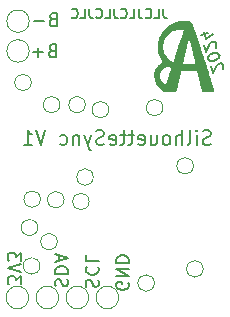
<source format=gbo>
G04 #@! TF.GenerationSoftware,KiCad,Pcbnew,7.0.10*
G04 #@! TF.CreationDate,2024-03-06T03:44:09-08:00*
G04 #@! TF.ProjectId,Tracker_Band_V1,54726163-6b65-4725-9f42-616e645f5631,1*
G04 #@! TF.SameCoordinates,Original*
G04 #@! TF.FileFunction,Legend,Bot*
G04 #@! TF.FilePolarity,Positive*
%FSLAX46Y46*%
G04 Gerber Fmt 4.6, Leading zero omitted, Abs format (unit mm)*
G04 Created by KiCad (PCBNEW 7.0.10) date 2024-03-06 03:44:09*
%MOMM*%
%LPD*%
G01*
G04 APERTURE LIST*
%ADD10C,0.150000*%
%ADD11C,0.200000*%
%ADD12C,0.120000*%
%ADD13C,0.650000*%
%ADD14O,2.100000X1.000000*%
%ADD15O,1.800000X1.000000*%
%ADD16C,1.000000*%
%ADD17C,1.500000*%
G04 APERTURE END LIST*
D10*
X132590038Y-99113220D02*
X132642419Y-99217982D01*
X132642419Y-99217982D02*
X132642419Y-99375125D01*
X132642419Y-99375125D02*
X132590038Y-99532268D01*
X132590038Y-99532268D02*
X132485276Y-99637030D01*
X132485276Y-99637030D02*
X132380514Y-99689411D01*
X132380514Y-99689411D02*
X132170990Y-99741792D01*
X132170990Y-99741792D02*
X132013847Y-99741792D01*
X132013847Y-99741792D02*
X131804323Y-99689411D01*
X131804323Y-99689411D02*
X131699561Y-99637030D01*
X131699561Y-99637030D02*
X131594800Y-99532268D01*
X131594800Y-99532268D02*
X131542419Y-99375125D01*
X131542419Y-99375125D02*
X131542419Y-99270363D01*
X131542419Y-99270363D02*
X131594800Y-99113220D01*
X131594800Y-99113220D02*
X131647180Y-99060839D01*
X131647180Y-99060839D02*
X132013847Y-99060839D01*
X132013847Y-99060839D02*
X132013847Y-99270363D01*
X131542419Y-98589411D02*
X132642419Y-98589411D01*
X132642419Y-98589411D02*
X131542419Y-97960839D01*
X131542419Y-97960839D02*
X132642419Y-97960839D01*
X131542419Y-97437030D02*
X132642419Y-97437030D01*
X132642419Y-97437030D02*
X132642419Y-97175125D01*
X132642419Y-97175125D02*
X132590038Y-97017982D01*
X132590038Y-97017982D02*
X132485276Y-96913220D01*
X132485276Y-96913220D02*
X132380514Y-96860839D01*
X132380514Y-96860839D02*
X132170990Y-96808458D01*
X132170990Y-96808458D02*
X132013847Y-96808458D01*
X132013847Y-96808458D02*
X131804323Y-96860839D01*
X131804323Y-96860839D02*
X131699561Y-96913220D01*
X131699561Y-96913220D02*
X131594800Y-97017982D01*
X131594800Y-97017982D02*
X131542419Y-97175125D01*
X131542419Y-97175125D02*
X131542419Y-97437030D01*
X135552030Y-75908071D02*
X135552030Y-76486642D01*
X135552030Y-76486642D02*
X135590601Y-76602357D01*
X135590601Y-76602357D02*
X135667744Y-76679500D01*
X135667744Y-76679500D02*
X135783458Y-76718071D01*
X135783458Y-76718071D02*
X135860601Y-76718071D01*
X134780601Y-76718071D02*
X135166315Y-76718071D01*
X135166315Y-76718071D02*
X135166315Y-75908071D01*
X134047744Y-76640928D02*
X134086316Y-76679500D01*
X134086316Y-76679500D02*
X134202030Y-76718071D01*
X134202030Y-76718071D02*
X134279173Y-76718071D01*
X134279173Y-76718071D02*
X134394887Y-76679500D01*
X134394887Y-76679500D02*
X134472030Y-76602357D01*
X134472030Y-76602357D02*
X134510601Y-76525214D01*
X134510601Y-76525214D02*
X134549173Y-76370928D01*
X134549173Y-76370928D02*
X134549173Y-76255214D01*
X134549173Y-76255214D02*
X134510601Y-76100928D01*
X134510601Y-76100928D02*
X134472030Y-76023785D01*
X134472030Y-76023785D02*
X134394887Y-75946642D01*
X134394887Y-75946642D02*
X134279173Y-75908071D01*
X134279173Y-75908071D02*
X134202030Y-75908071D01*
X134202030Y-75908071D02*
X134086316Y-75946642D01*
X134086316Y-75946642D02*
X134047744Y-75985214D01*
X133469173Y-75908071D02*
X133469173Y-76486642D01*
X133469173Y-76486642D02*
X133507744Y-76602357D01*
X133507744Y-76602357D02*
X133584887Y-76679500D01*
X133584887Y-76679500D02*
X133700601Y-76718071D01*
X133700601Y-76718071D02*
X133777744Y-76718071D01*
X132697744Y-76718071D02*
X133083458Y-76718071D01*
X133083458Y-76718071D02*
X133083458Y-75908071D01*
X131964887Y-76640928D02*
X132003459Y-76679500D01*
X132003459Y-76679500D02*
X132119173Y-76718071D01*
X132119173Y-76718071D02*
X132196316Y-76718071D01*
X132196316Y-76718071D02*
X132312030Y-76679500D01*
X132312030Y-76679500D02*
X132389173Y-76602357D01*
X132389173Y-76602357D02*
X132427744Y-76525214D01*
X132427744Y-76525214D02*
X132466316Y-76370928D01*
X132466316Y-76370928D02*
X132466316Y-76255214D01*
X132466316Y-76255214D02*
X132427744Y-76100928D01*
X132427744Y-76100928D02*
X132389173Y-76023785D01*
X132389173Y-76023785D02*
X132312030Y-75946642D01*
X132312030Y-75946642D02*
X132196316Y-75908071D01*
X132196316Y-75908071D02*
X132119173Y-75908071D01*
X132119173Y-75908071D02*
X132003459Y-75946642D01*
X132003459Y-75946642D02*
X131964887Y-75985214D01*
X131386316Y-75908071D02*
X131386316Y-76486642D01*
X131386316Y-76486642D02*
X131424887Y-76602357D01*
X131424887Y-76602357D02*
X131502030Y-76679500D01*
X131502030Y-76679500D02*
X131617744Y-76718071D01*
X131617744Y-76718071D02*
X131694887Y-76718071D01*
X130614887Y-76718071D02*
X131000601Y-76718071D01*
X131000601Y-76718071D02*
X131000601Y-75908071D01*
X129882030Y-76640928D02*
X129920602Y-76679500D01*
X129920602Y-76679500D02*
X130036316Y-76718071D01*
X130036316Y-76718071D02*
X130113459Y-76718071D01*
X130113459Y-76718071D02*
X130229173Y-76679500D01*
X130229173Y-76679500D02*
X130306316Y-76602357D01*
X130306316Y-76602357D02*
X130344887Y-76525214D01*
X130344887Y-76525214D02*
X130383459Y-76370928D01*
X130383459Y-76370928D02*
X130383459Y-76255214D01*
X130383459Y-76255214D02*
X130344887Y-76100928D01*
X130344887Y-76100928D02*
X130306316Y-76023785D01*
X130306316Y-76023785D02*
X130229173Y-75946642D01*
X130229173Y-75946642D02*
X130113459Y-75908071D01*
X130113459Y-75908071D02*
X130036316Y-75908071D01*
X130036316Y-75908071D02*
X129920602Y-75946642D01*
X129920602Y-75946642D02*
X129882030Y-75985214D01*
X129303459Y-75908071D02*
X129303459Y-76486642D01*
X129303459Y-76486642D02*
X129342030Y-76602357D01*
X129342030Y-76602357D02*
X129419173Y-76679500D01*
X129419173Y-76679500D02*
X129534887Y-76718071D01*
X129534887Y-76718071D02*
X129612030Y-76718071D01*
X128532030Y-76718071D02*
X128917744Y-76718071D01*
X128917744Y-76718071D02*
X128917744Y-75908071D01*
X127799173Y-76640928D02*
X127837745Y-76679500D01*
X127837745Y-76679500D02*
X127953459Y-76718071D01*
X127953459Y-76718071D02*
X128030602Y-76718071D01*
X128030602Y-76718071D02*
X128146316Y-76679500D01*
X128146316Y-76679500D02*
X128223459Y-76602357D01*
X128223459Y-76602357D02*
X128262030Y-76525214D01*
X128262030Y-76525214D02*
X128300602Y-76370928D01*
X128300602Y-76370928D02*
X128300602Y-76255214D01*
X128300602Y-76255214D02*
X128262030Y-76100928D01*
X128262030Y-76100928D02*
X128223459Y-76023785D01*
X128223459Y-76023785D02*
X128146316Y-75946642D01*
X128146316Y-75946642D02*
X128030602Y-75908071D01*
X128030602Y-75908071D02*
X127953459Y-75908071D01*
X127953459Y-75908071D02*
X127837745Y-75946642D01*
X127837745Y-75946642D02*
X127799173Y-75985214D01*
X126132017Y-79471390D02*
X125974874Y-79523771D01*
X125974874Y-79523771D02*
X125922493Y-79576152D01*
X125922493Y-79576152D02*
X125870112Y-79680914D01*
X125870112Y-79680914D02*
X125870112Y-79838057D01*
X125870112Y-79838057D02*
X125922493Y-79942819D01*
X125922493Y-79942819D02*
X125974874Y-79995200D01*
X125974874Y-79995200D02*
X126079636Y-80047580D01*
X126079636Y-80047580D02*
X126498684Y-80047580D01*
X126498684Y-80047580D02*
X126498684Y-78947580D01*
X126498684Y-78947580D02*
X126132017Y-78947580D01*
X126132017Y-78947580D02*
X126027255Y-78999961D01*
X126027255Y-78999961D02*
X125974874Y-79052342D01*
X125974874Y-79052342D02*
X125922493Y-79157104D01*
X125922493Y-79157104D02*
X125922493Y-79261866D01*
X125922493Y-79261866D02*
X125974874Y-79366628D01*
X125974874Y-79366628D02*
X126027255Y-79419009D01*
X126027255Y-79419009D02*
X126132017Y-79471390D01*
X126132017Y-79471390D02*
X126498684Y-79471390D01*
X125398684Y-79628533D02*
X124560589Y-79628533D01*
X124979636Y-80047580D02*
X124979636Y-79209485D01*
X140594933Y-81055177D02*
X140625507Y-80995173D01*
X140625507Y-80995173D02*
X140641365Y-80889881D01*
X140641365Y-80889881D02*
X140567789Y-80663439D01*
X140567789Y-80663439D02*
X140493071Y-80587578D01*
X140493071Y-80587578D02*
X140433067Y-80557004D01*
X140433067Y-80557004D02*
X140327775Y-80541146D01*
X140327775Y-80541146D02*
X140237198Y-80570576D01*
X140237198Y-80570576D02*
X140116048Y-80660010D01*
X140116048Y-80660010D02*
X139749169Y-81380052D01*
X139749169Y-81380052D02*
X139557872Y-80791303D01*
X140317633Y-79893537D02*
X140288202Y-79802960D01*
X140288202Y-79802960D02*
X140213484Y-79727098D01*
X140213484Y-79727098D02*
X140153480Y-79696525D01*
X140153480Y-79696525D02*
X140048188Y-79680666D01*
X140048188Y-79680666D02*
X139852320Y-79694238D01*
X139852320Y-79694238D02*
X139625878Y-79767814D01*
X139625878Y-79767814D02*
X139459439Y-79871963D01*
X139459439Y-79871963D02*
X139383577Y-79946681D01*
X139383577Y-79946681D02*
X139353004Y-80006685D01*
X139353004Y-80006685D02*
X139337146Y-80111977D01*
X139337146Y-80111977D02*
X139366576Y-80202554D01*
X139366576Y-80202554D02*
X139441295Y-80278415D01*
X139441295Y-80278415D02*
X139501298Y-80308989D01*
X139501298Y-80308989D02*
X139606590Y-80324847D01*
X139606590Y-80324847D02*
X139802459Y-80311275D01*
X139802459Y-80311275D02*
X140028901Y-80237699D01*
X140028901Y-80237699D02*
X140195339Y-80133551D01*
X140195339Y-80133551D02*
X140271201Y-80058832D01*
X140271201Y-80058832D02*
X140301774Y-79998828D01*
X140301774Y-79998828D02*
X140317633Y-79893537D01*
X140006329Y-79243641D02*
X140036903Y-79183637D01*
X140036903Y-79183637D02*
X140052761Y-79078345D01*
X140052761Y-79078345D02*
X139979185Y-78851903D01*
X139979185Y-78851903D02*
X139904467Y-78776041D01*
X139904467Y-78776041D02*
X139844463Y-78745468D01*
X139844463Y-78745468D02*
X139739171Y-78729610D01*
X139739171Y-78729610D02*
X139648595Y-78759040D01*
X139648595Y-78759040D02*
X139527445Y-78848474D01*
X139527445Y-78848474D02*
X139160565Y-79568516D01*
X139160565Y-79568516D02*
X138969269Y-78979767D01*
X139338435Y-77958564D02*
X138704397Y-78164575D01*
X139774317Y-78067285D02*
X139168567Y-78514454D01*
X139168567Y-78514454D02*
X138977270Y-77925704D01*
D11*
X139564283Y-87418600D02*
X139392855Y-87480504D01*
X139392855Y-87480504D02*
X139107140Y-87480504D01*
X139107140Y-87480504D02*
X138992855Y-87418600D01*
X138992855Y-87418600D02*
X138935712Y-87356695D01*
X138935712Y-87356695D02*
X138878569Y-87232885D01*
X138878569Y-87232885D02*
X138878569Y-87109076D01*
X138878569Y-87109076D02*
X138935712Y-86985266D01*
X138935712Y-86985266D02*
X138992855Y-86923361D01*
X138992855Y-86923361D02*
X139107140Y-86861457D01*
X139107140Y-86861457D02*
X139335712Y-86799552D01*
X139335712Y-86799552D02*
X139449997Y-86737647D01*
X139449997Y-86737647D02*
X139507140Y-86675742D01*
X139507140Y-86675742D02*
X139564283Y-86551933D01*
X139564283Y-86551933D02*
X139564283Y-86428123D01*
X139564283Y-86428123D02*
X139507140Y-86304314D01*
X139507140Y-86304314D02*
X139449997Y-86242409D01*
X139449997Y-86242409D02*
X139335712Y-86180504D01*
X139335712Y-86180504D02*
X139049997Y-86180504D01*
X139049997Y-86180504D02*
X138878569Y-86242409D01*
X138364283Y-87480504D02*
X138364283Y-86613838D01*
X138364283Y-86180504D02*
X138421426Y-86242409D01*
X138421426Y-86242409D02*
X138364283Y-86304314D01*
X138364283Y-86304314D02*
X138307140Y-86242409D01*
X138307140Y-86242409D02*
X138364283Y-86180504D01*
X138364283Y-86180504D02*
X138364283Y-86304314D01*
X137621426Y-87480504D02*
X137735711Y-87418600D01*
X137735711Y-87418600D02*
X137792854Y-87294790D01*
X137792854Y-87294790D02*
X137792854Y-86180504D01*
X137164283Y-87480504D02*
X137164283Y-86180504D01*
X136649998Y-87480504D02*
X136649998Y-86799552D01*
X136649998Y-86799552D02*
X136707140Y-86675742D01*
X136707140Y-86675742D02*
X136821426Y-86613838D01*
X136821426Y-86613838D02*
X136992855Y-86613838D01*
X136992855Y-86613838D02*
X137107140Y-86675742D01*
X137107140Y-86675742D02*
X137164283Y-86737647D01*
X135907141Y-87480504D02*
X136021426Y-87418600D01*
X136021426Y-87418600D02*
X136078569Y-87356695D01*
X136078569Y-87356695D02*
X136135712Y-87232885D01*
X136135712Y-87232885D02*
X136135712Y-86861457D01*
X136135712Y-86861457D02*
X136078569Y-86737647D01*
X136078569Y-86737647D02*
X136021426Y-86675742D01*
X136021426Y-86675742D02*
X135907141Y-86613838D01*
X135907141Y-86613838D02*
X135735712Y-86613838D01*
X135735712Y-86613838D02*
X135621426Y-86675742D01*
X135621426Y-86675742D02*
X135564284Y-86737647D01*
X135564284Y-86737647D02*
X135507141Y-86861457D01*
X135507141Y-86861457D02*
X135507141Y-87232885D01*
X135507141Y-87232885D02*
X135564284Y-87356695D01*
X135564284Y-87356695D02*
X135621426Y-87418600D01*
X135621426Y-87418600D02*
X135735712Y-87480504D01*
X135735712Y-87480504D02*
X135907141Y-87480504D01*
X134478570Y-86613838D02*
X134478570Y-87480504D01*
X134992855Y-86613838D02*
X134992855Y-87294790D01*
X134992855Y-87294790D02*
X134935712Y-87418600D01*
X134935712Y-87418600D02*
X134821427Y-87480504D01*
X134821427Y-87480504D02*
X134649998Y-87480504D01*
X134649998Y-87480504D02*
X134535712Y-87418600D01*
X134535712Y-87418600D02*
X134478570Y-87356695D01*
X133449998Y-87418600D02*
X133564284Y-87480504D01*
X133564284Y-87480504D02*
X133792856Y-87480504D01*
X133792856Y-87480504D02*
X133907141Y-87418600D01*
X133907141Y-87418600D02*
X133964284Y-87294790D01*
X133964284Y-87294790D02*
X133964284Y-86799552D01*
X133964284Y-86799552D02*
X133907141Y-86675742D01*
X133907141Y-86675742D02*
X133792856Y-86613838D01*
X133792856Y-86613838D02*
X133564284Y-86613838D01*
X133564284Y-86613838D02*
X133449998Y-86675742D01*
X133449998Y-86675742D02*
X133392856Y-86799552D01*
X133392856Y-86799552D02*
X133392856Y-86923361D01*
X133392856Y-86923361D02*
X133964284Y-87047171D01*
X133049999Y-86613838D02*
X132592856Y-86613838D01*
X132878570Y-86180504D02*
X132878570Y-87294790D01*
X132878570Y-87294790D02*
X132821427Y-87418600D01*
X132821427Y-87418600D02*
X132707142Y-87480504D01*
X132707142Y-87480504D02*
X132592856Y-87480504D01*
X132364285Y-86613838D02*
X131907142Y-86613838D01*
X132192856Y-86180504D02*
X132192856Y-87294790D01*
X132192856Y-87294790D02*
X132135713Y-87418600D01*
X132135713Y-87418600D02*
X132021428Y-87480504D01*
X132021428Y-87480504D02*
X131907142Y-87480504D01*
X131049999Y-87418600D02*
X131164285Y-87480504D01*
X131164285Y-87480504D02*
X131392857Y-87480504D01*
X131392857Y-87480504D02*
X131507142Y-87418600D01*
X131507142Y-87418600D02*
X131564285Y-87294790D01*
X131564285Y-87294790D02*
X131564285Y-86799552D01*
X131564285Y-86799552D02*
X131507142Y-86675742D01*
X131507142Y-86675742D02*
X131392857Y-86613838D01*
X131392857Y-86613838D02*
X131164285Y-86613838D01*
X131164285Y-86613838D02*
X131049999Y-86675742D01*
X131049999Y-86675742D02*
X130992857Y-86799552D01*
X130992857Y-86799552D02*
X130992857Y-86923361D01*
X130992857Y-86923361D02*
X131564285Y-87047171D01*
X130535714Y-87418600D02*
X130364286Y-87480504D01*
X130364286Y-87480504D02*
X130078571Y-87480504D01*
X130078571Y-87480504D02*
X129964286Y-87418600D01*
X129964286Y-87418600D02*
X129907143Y-87356695D01*
X129907143Y-87356695D02*
X129850000Y-87232885D01*
X129850000Y-87232885D02*
X129850000Y-87109076D01*
X129850000Y-87109076D02*
X129907143Y-86985266D01*
X129907143Y-86985266D02*
X129964286Y-86923361D01*
X129964286Y-86923361D02*
X130078571Y-86861457D01*
X130078571Y-86861457D02*
X130307143Y-86799552D01*
X130307143Y-86799552D02*
X130421428Y-86737647D01*
X130421428Y-86737647D02*
X130478571Y-86675742D01*
X130478571Y-86675742D02*
X130535714Y-86551933D01*
X130535714Y-86551933D02*
X130535714Y-86428123D01*
X130535714Y-86428123D02*
X130478571Y-86304314D01*
X130478571Y-86304314D02*
X130421428Y-86242409D01*
X130421428Y-86242409D02*
X130307143Y-86180504D01*
X130307143Y-86180504D02*
X130021428Y-86180504D01*
X130021428Y-86180504D02*
X129850000Y-86242409D01*
X129450000Y-86613838D02*
X129164286Y-87480504D01*
X128878571Y-86613838D02*
X129164286Y-87480504D01*
X129164286Y-87480504D02*
X129278571Y-87790028D01*
X129278571Y-87790028D02*
X129335714Y-87851933D01*
X129335714Y-87851933D02*
X129450000Y-87913838D01*
X128421428Y-86613838D02*
X128421428Y-87480504D01*
X128421428Y-86737647D02*
X128364285Y-86675742D01*
X128364285Y-86675742D02*
X128250000Y-86613838D01*
X128250000Y-86613838D02*
X128078571Y-86613838D01*
X128078571Y-86613838D02*
X127964285Y-86675742D01*
X127964285Y-86675742D02*
X127907143Y-86799552D01*
X127907143Y-86799552D02*
X127907143Y-87480504D01*
X126821429Y-87418600D02*
X126935714Y-87480504D01*
X126935714Y-87480504D02*
X127164286Y-87480504D01*
X127164286Y-87480504D02*
X127278571Y-87418600D01*
X127278571Y-87418600D02*
X127335714Y-87356695D01*
X127335714Y-87356695D02*
X127392857Y-87232885D01*
X127392857Y-87232885D02*
X127392857Y-86861457D01*
X127392857Y-86861457D02*
X127335714Y-86737647D01*
X127335714Y-86737647D02*
X127278571Y-86675742D01*
X127278571Y-86675742D02*
X127164286Y-86613838D01*
X127164286Y-86613838D02*
X126935714Y-86613838D01*
X126935714Y-86613838D02*
X126821429Y-86675742D01*
X125564286Y-86180504D02*
X125164286Y-87480504D01*
X125164286Y-87480504D02*
X124764286Y-86180504D01*
X123735715Y-87480504D02*
X124421429Y-87480504D01*
X124078572Y-87480504D02*
X124078572Y-86180504D01*
X124078572Y-86180504D02*
X124192858Y-86366219D01*
X124192858Y-86366219D02*
X124307143Y-86490028D01*
X124307143Y-86490028D02*
X124421429Y-86551933D01*
D10*
X126182017Y-76831390D02*
X126024874Y-76883771D01*
X126024874Y-76883771D02*
X125972493Y-76936152D01*
X125972493Y-76936152D02*
X125920112Y-77040914D01*
X125920112Y-77040914D02*
X125920112Y-77198057D01*
X125920112Y-77198057D02*
X125972493Y-77302819D01*
X125972493Y-77302819D02*
X126024874Y-77355200D01*
X126024874Y-77355200D02*
X126129636Y-77407580D01*
X126129636Y-77407580D02*
X126548684Y-77407580D01*
X126548684Y-77407580D02*
X126548684Y-76307580D01*
X126548684Y-76307580D02*
X126182017Y-76307580D01*
X126182017Y-76307580D02*
X126077255Y-76359961D01*
X126077255Y-76359961D02*
X126024874Y-76412342D01*
X126024874Y-76412342D02*
X125972493Y-76517104D01*
X125972493Y-76517104D02*
X125972493Y-76621866D01*
X125972493Y-76621866D02*
X126024874Y-76726628D01*
X126024874Y-76726628D02*
X126077255Y-76779009D01*
X126077255Y-76779009D02*
X126182017Y-76831390D01*
X126182017Y-76831390D02*
X126548684Y-76831390D01*
X125448684Y-76988533D02*
X124610589Y-76988533D01*
X126444800Y-99441792D02*
X126392419Y-99284649D01*
X126392419Y-99284649D02*
X126392419Y-99022744D01*
X126392419Y-99022744D02*
X126444800Y-98917982D01*
X126444800Y-98917982D02*
X126497180Y-98865601D01*
X126497180Y-98865601D02*
X126601942Y-98813220D01*
X126601942Y-98813220D02*
X126706704Y-98813220D01*
X126706704Y-98813220D02*
X126811466Y-98865601D01*
X126811466Y-98865601D02*
X126863847Y-98917982D01*
X126863847Y-98917982D02*
X126916228Y-99022744D01*
X126916228Y-99022744D02*
X126968609Y-99232268D01*
X126968609Y-99232268D02*
X127020990Y-99337030D01*
X127020990Y-99337030D02*
X127073371Y-99389411D01*
X127073371Y-99389411D02*
X127178133Y-99441792D01*
X127178133Y-99441792D02*
X127282895Y-99441792D01*
X127282895Y-99441792D02*
X127387657Y-99389411D01*
X127387657Y-99389411D02*
X127440038Y-99337030D01*
X127440038Y-99337030D02*
X127492419Y-99232268D01*
X127492419Y-99232268D02*
X127492419Y-98970363D01*
X127492419Y-98970363D02*
X127440038Y-98813220D01*
X126392419Y-98341792D02*
X127492419Y-98341792D01*
X127492419Y-98341792D02*
X127492419Y-98079887D01*
X127492419Y-98079887D02*
X127440038Y-97922744D01*
X127440038Y-97922744D02*
X127335276Y-97817982D01*
X127335276Y-97817982D02*
X127230514Y-97765601D01*
X127230514Y-97765601D02*
X127020990Y-97713220D01*
X127020990Y-97713220D02*
X126863847Y-97713220D01*
X126863847Y-97713220D02*
X126654323Y-97765601D01*
X126654323Y-97765601D02*
X126549561Y-97817982D01*
X126549561Y-97817982D02*
X126444800Y-97922744D01*
X126444800Y-97922744D02*
X126392419Y-98079887D01*
X126392419Y-98079887D02*
X126392419Y-98341792D01*
X126706704Y-97294173D02*
X126706704Y-96770363D01*
X126392419Y-97398935D02*
X127492419Y-97032268D01*
X127492419Y-97032268D02*
X126392419Y-96665601D01*
X123492419Y-99244173D02*
X123492419Y-98563220D01*
X123492419Y-98563220D02*
X123073371Y-98929887D01*
X123073371Y-98929887D02*
X123073371Y-98772744D01*
X123073371Y-98772744D02*
X123020990Y-98667982D01*
X123020990Y-98667982D02*
X122968609Y-98615601D01*
X122968609Y-98615601D02*
X122863847Y-98563220D01*
X122863847Y-98563220D02*
X122601942Y-98563220D01*
X122601942Y-98563220D02*
X122497180Y-98615601D01*
X122497180Y-98615601D02*
X122444800Y-98667982D01*
X122444800Y-98667982D02*
X122392419Y-98772744D01*
X122392419Y-98772744D02*
X122392419Y-99087030D01*
X122392419Y-99087030D02*
X122444800Y-99191792D01*
X122444800Y-99191792D02*
X122497180Y-99244173D01*
X123492419Y-98248935D02*
X122392419Y-97882268D01*
X122392419Y-97882268D02*
X123492419Y-97515601D01*
X123492419Y-97253697D02*
X123492419Y-96572744D01*
X123492419Y-96572744D02*
X123073371Y-96939411D01*
X123073371Y-96939411D02*
X123073371Y-96782268D01*
X123073371Y-96782268D02*
X123020990Y-96677506D01*
X123020990Y-96677506D02*
X122968609Y-96625125D01*
X122968609Y-96625125D02*
X122863847Y-96572744D01*
X122863847Y-96572744D02*
X122601942Y-96572744D01*
X122601942Y-96572744D02*
X122497180Y-96625125D01*
X122497180Y-96625125D02*
X122444800Y-96677506D01*
X122444800Y-96677506D02*
X122392419Y-96782268D01*
X122392419Y-96782268D02*
X122392419Y-97096554D01*
X122392419Y-97096554D02*
X122444800Y-97201316D01*
X122444800Y-97201316D02*
X122497180Y-97253697D01*
X129044800Y-99491792D02*
X128992419Y-99334649D01*
X128992419Y-99334649D02*
X128992419Y-99072744D01*
X128992419Y-99072744D02*
X129044800Y-98967982D01*
X129044800Y-98967982D02*
X129097180Y-98915601D01*
X129097180Y-98915601D02*
X129201942Y-98863220D01*
X129201942Y-98863220D02*
X129306704Y-98863220D01*
X129306704Y-98863220D02*
X129411466Y-98915601D01*
X129411466Y-98915601D02*
X129463847Y-98967982D01*
X129463847Y-98967982D02*
X129516228Y-99072744D01*
X129516228Y-99072744D02*
X129568609Y-99282268D01*
X129568609Y-99282268D02*
X129620990Y-99387030D01*
X129620990Y-99387030D02*
X129673371Y-99439411D01*
X129673371Y-99439411D02*
X129778133Y-99491792D01*
X129778133Y-99491792D02*
X129882895Y-99491792D01*
X129882895Y-99491792D02*
X129987657Y-99439411D01*
X129987657Y-99439411D02*
X130040038Y-99387030D01*
X130040038Y-99387030D02*
X130092419Y-99282268D01*
X130092419Y-99282268D02*
X130092419Y-99020363D01*
X130092419Y-99020363D02*
X130040038Y-98863220D01*
X129097180Y-97763220D02*
X129044800Y-97815601D01*
X129044800Y-97815601D02*
X128992419Y-97972744D01*
X128992419Y-97972744D02*
X128992419Y-98077506D01*
X128992419Y-98077506D02*
X129044800Y-98234649D01*
X129044800Y-98234649D02*
X129149561Y-98339411D01*
X129149561Y-98339411D02*
X129254323Y-98391792D01*
X129254323Y-98391792D02*
X129463847Y-98444173D01*
X129463847Y-98444173D02*
X129620990Y-98444173D01*
X129620990Y-98444173D02*
X129830514Y-98391792D01*
X129830514Y-98391792D02*
X129935276Y-98339411D01*
X129935276Y-98339411D02*
X130040038Y-98234649D01*
X130040038Y-98234649D02*
X130092419Y-98077506D01*
X130092419Y-98077506D02*
X130092419Y-97972744D01*
X130092419Y-97972744D02*
X130040038Y-97815601D01*
X130040038Y-97815601D02*
X129987657Y-97763220D01*
X128992419Y-96767982D02*
X128992419Y-97291792D01*
X128992419Y-97291792D02*
X130092419Y-97291792D01*
D12*
X128950000Y-84050000D02*
G75*
G03*
X127550000Y-84050000I-700000J0D01*
G01*
X127550000Y-84050000D02*
G75*
G03*
X128950000Y-84050000I700000J0D01*
G01*
X125100000Y-97700000D02*
G75*
G03*
X123700000Y-97700000I-700000J0D01*
G01*
X123700000Y-97700000D02*
G75*
G03*
X125100000Y-97700000I700000J0D01*
G01*
X134800000Y-99150000D02*
G75*
G03*
X133400000Y-99150000I-700000J0D01*
G01*
X133400000Y-99150000D02*
G75*
G03*
X134800000Y-99150000I700000J0D01*
G01*
X129275000Y-92250000D02*
G75*
G03*
X127875000Y-92250000I-700000J0D01*
G01*
X127875000Y-92250000D02*
G75*
G03*
X129275000Y-92250000I700000J0D01*
G01*
X129230000Y-100375000D02*
G75*
G03*
X127330000Y-100375000I-950000J0D01*
G01*
X127330000Y-100375000D02*
G75*
G03*
X129230000Y-100375000I950000J0D01*
G01*
X124200000Y-79500000D02*
G75*
G03*
X122300000Y-79500000I-950000J0D01*
G01*
X122300000Y-79500000D02*
G75*
G03*
X124200000Y-79500000I950000J0D01*
G01*
X138100000Y-89225000D02*
G75*
G03*
X136700000Y-89225000I-700000J0D01*
G01*
X136700000Y-89225000D02*
G75*
G03*
X138100000Y-89225000I700000J0D01*
G01*
X125150000Y-92050000D02*
G75*
G03*
X123750000Y-92050000I-700000J0D01*
G01*
X123750000Y-92050000D02*
G75*
G03*
X125150000Y-92050000I700000J0D01*
G01*
X124200000Y-76975000D02*
G75*
G03*
X122300000Y-76975000I-950000J0D01*
G01*
X122300000Y-76975000D02*
G75*
G03*
X124200000Y-76975000I950000J0D01*
G01*
X138925000Y-97950000D02*
G75*
G03*
X137525000Y-97950000I-700000J0D01*
G01*
X137525000Y-97950000D02*
G75*
G03*
X138925000Y-97950000I700000J0D01*
G01*
X124925000Y-94450000D02*
G75*
G03*
X123525000Y-94450000I-700000J0D01*
G01*
X123525000Y-94450000D02*
G75*
G03*
X124925000Y-94450000I700000J0D01*
G01*
X131769999Y-100375000D02*
G75*
G03*
X129869999Y-100375000I-950000J0D01*
G01*
X129869999Y-100375000D02*
G75*
G03*
X131769999Y-100375000I950000J0D01*
G01*
X124375000Y-82175000D02*
G75*
G03*
X122975000Y-82175000I-700000J0D01*
G01*
X122975000Y-82175000D02*
G75*
G03*
X124375000Y-82175000I700000J0D01*
G01*
X127150000Y-92100000D02*
G75*
G03*
X125750000Y-92100000I-700000J0D01*
G01*
X125750000Y-92100000D02*
G75*
G03*
X127150000Y-92100000I700000J0D01*
G01*
X130925000Y-84475000D02*
G75*
G03*
X129525000Y-84475000I-700000J0D01*
G01*
X129525000Y-84475000D02*
G75*
G03*
X130925000Y-84475000I700000J0D01*
G01*
X126575000Y-95650000D02*
G75*
G03*
X125175000Y-95650000I-700000J0D01*
G01*
X125175000Y-95650000D02*
G75*
G03*
X126575000Y-95650000I700000J0D01*
G01*
X129625000Y-90175000D02*
G75*
G03*
X128225000Y-90175000I-700000J0D01*
G01*
X128225000Y-90175000D02*
G75*
G03*
X129625000Y-90175000I700000J0D01*
G01*
X135525000Y-84300000D02*
G75*
G03*
X134125000Y-84300000I-700000J0D01*
G01*
X134125000Y-84300000D02*
G75*
G03*
X135525000Y-84300000I700000J0D01*
G01*
X126800000Y-84050000D02*
G75*
G03*
X125400000Y-84050000I-700000J0D01*
G01*
X125400000Y-84050000D02*
G75*
G03*
X126800000Y-84050000I700000J0D01*
G01*
G36*
X138242253Y-77809660D02*
G01*
X138305750Y-78001166D01*
X138376950Y-78216806D01*
X138455910Y-78456748D01*
X138542684Y-78721155D01*
X138637326Y-79010195D01*
X138739892Y-79324031D01*
X138850437Y-79662829D01*
X138969015Y-80026756D01*
X139028543Y-80209565D01*
X139127777Y-80514327D01*
X139139335Y-80549833D01*
X139219257Y-80795354D01*
X139263558Y-80931525D01*
X139303278Y-81053617D01*
X139380135Y-81290085D01*
X139450125Y-81505729D01*
X139513541Y-81701519D01*
X139570681Y-81878424D01*
X139621837Y-82037415D01*
X139667307Y-82179463D01*
X139707385Y-82305536D01*
X139742366Y-82416606D01*
X139772546Y-82513643D01*
X139798221Y-82597616D01*
X139819684Y-82669495D01*
X139837233Y-82730251D01*
X139851161Y-82780854D01*
X139861764Y-82822274D01*
X139869337Y-82855482D01*
X139874177Y-82881446D01*
X139876577Y-82901138D01*
X139876834Y-82915527D01*
X139875242Y-82925584D01*
X139872097Y-82932278D01*
X139867693Y-82936580D01*
X139862328Y-82939460D01*
X139856295Y-82941888D01*
X139840619Y-82943409D01*
X139801239Y-82944917D01*
X139741376Y-82946305D01*
X139664125Y-82947524D01*
X139572578Y-82948526D01*
X139469830Y-82949262D01*
X139358974Y-82949684D01*
X138878402Y-82950732D01*
X138845950Y-82920858D01*
X138845790Y-82920709D01*
X138838614Y-82912175D01*
X138831025Y-82898588D01*
X138822530Y-82878053D01*
X138812634Y-82848673D01*
X138800845Y-82808554D01*
X138786669Y-82755799D01*
X138769612Y-82688513D01*
X138749181Y-82604801D01*
X138724882Y-82502766D01*
X138696222Y-82380514D01*
X138662707Y-82236148D01*
X138623844Y-82067773D01*
X138604623Y-81984392D01*
X138568625Y-81828685D01*
X138537753Y-81696033D01*
X138511502Y-81584513D01*
X138489368Y-81492205D01*
X138470845Y-81417185D01*
X138455431Y-81357533D01*
X138442620Y-81311326D01*
X138431908Y-81276643D01*
X138422790Y-81251561D01*
X138414763Y-81234159D01*
X138407322Y-81222514D01*
X138399963Y-81214706D01*
X138365735Y-81184847D01*
X137748327Y-81185126D01*
X137625525Y-81185222D01*
X137501079Y-81185482D01*
X137398877Y-81185979D01*
X137316574Y-81186802D01*
X137251822Y-81188035D01*
X137202273Y-81189764D01*
X137165581Y-81192076D01*
X137139397Y-81195057D01*
X137121374Y-81198793D01*
X137109165Y-81203369D01*
X137100423Y-81208872D01*
X137093698Y-81216026D01*
X137086406Y-81228620D01*
X137078117Y-81248480D01*
X137068345Y-81277467D01*
X137056605Y-81317447D01*
X137042413Y-81370283D01*
X137025284Y-81437839D01*
X137004734Y-81521980D01*
X136980276Y-81624568D01*
X136951427Y-81747469D01*
X136917702Y-81892545D01*
X136878616Y-82061661D01*
X136854879Y-82164485D01*
X136819331Y-82317988D01*
X136788864Y-82448651D01*
X136762973Y-82558393D01*
X136741155Y-82649130D01*
X136722907Y-82722778D01*
X136707724Y-82781254D01*
X136695102Y-82826476D01*
X136684538Y-82860360D01*
X136675527Y-82884824D01*
X136667567Y-82901783D01*
X136660152Y-82913155D01*
X136652780Y-82920858D01*
X136618253Y-82950732D01*
X136096135Y-82950732D01*
X135574018Y-82950732D01*
X135442955Y-82846964D01*
X135410621Y-82820922D01*
X135269984Y-82694744D01*
X135151113Y-82563541D01*
X135050052Y-82422532D01*
X134962843Y-82266937D01*
X134914002Y-82160142D01*
X134860594Y-82010698D01*
X134823933Y-81856741D01*
X134802629Y-81691978D01*
X134795958Y-81526763D01*
X135257917Y-81526763D01*
X135264236Y-81652317D01*
X135289914Y-81773680D01*
X135341617Y-81917594D01*
X135413452Y-82046185D01*
X135504482Y-82157853D01*
X135613775Y-82250999D01*
X135616793Y-82253127D01*
X135662507Y-82285033D01*
X135703824Y-82313333D01*
X135732130Y-82332124D01*
X135767318Y-82354558D01*
X136001994Y-81650527D01*
X136031458Y-81561796D01*
X136072998Y-81435478D01*
X136111120Y-81318110D01*
X136145098Y-81212008D01*
X136174205Y-81119487D01*
X136197717Y-81042863D01*
X136214907Y-80984451D01*
X136225049Y-80946567D01*
X136227417Y-80931525D01*
X136212220Y-80917676D01*
X136171730Y-80901058D01*
X136114044Y-80888580D01*
X136044537Y-80880594D01*
X135968583Y-80877452D01*
X135891556Y-80879506D01*
X135818831Y-80887109D01*
X135755782Y-80900613D01*
X135663891Y-80935069D01*
X135553532Y-80998927D01*
X135457545Y-81080826D01*
X135377961Y-81177662D01*
X135316809Y-81286333D01*
X135276118Y-81403734D01*
X135257917Y-81526763D01*
X134795958Y-81526763D01*
X134795286Y-81510115D01*
X134795174Y-81478270D01*
X134795469Y-81408323D01*
X134797330Y-81355728D01*
X134801637Y-81313784D01*
X134809272Y-81275785D01*
X134821117Y-81235030D01*
X134838051Y-81184815D01*
X134869900Y-81100450D01*
X134932053Y-80972229D01*
X135008635Y-80856163D01*
X135104859Y-80743631D01*
X135143673Y-80704853D01*
X135199055Y-80654575D01*
X135257498Y-80605886D01*
X135314564Y-80562155D01*
X135329779Y-80551644D01*
X137243584Y-80551644D01*
X137244253Y-80565562D01*
X137246555Y-80575139D01*
X137250136Y-80582117D01*
X137270947Y-80613879D01*
X137747685Y-80613879D01*
X137782288Y-80613874D01*
X137902174Y-80613717D01*
X137998823Y-80613255D01*
X138074877Y-80612370D01*
X138132981Y-80610943D01*
X138175778Y-80608856D01*
X138205911Y-80605990D01*
X138226024Y-80602228D01*
X138238759Y-80597452D01*
X138246761Y-80591541D01*
X138252374Y-80585111D01*
X138259690Y-80570613D01*
X138262836Y-80549833D01*
X138261395Y-80519532D01*
X138254953Y-80476475D01*
X138243094Y-80417423D01*
X138225403Y-80339139D01*
X138201465Y-80238387D01*
X138195515Y-80213456D01*
X138179925Y-80147227D01*
X138159602Y-80060044D01*
X138135296Y-79955168D01*
X138107758Y-79835859D01*
X138077742Y-79705376D01*
X138045998Y-79566979D01*
X138013279Y-79423928D01*
X137980336Y-79279483D01*
X137955796Y-79172149D01*
X137925569Y-79041131D01*
X137897210Y-78919516D01*
X137871285Y-78809663D01*
X137848359Y-78713930D01*
X137828998Y-78634673D01*
X137813767Y-78574251D01*
X137803233Y-78535021D01*
X137797961Y-78519342D01*
X137796794Y-78517946D01*
X137769983Y-78504495D01*
X137736144Y-78506010D01*
X137708986Y-78522069D01*
X137708300Y-78523320D01*
X137701640Y-78544308D01*
X137689665Y-78588737D01*
X137672863Y-78654589D01*
X137651722Y-78739846D01*
X137626732Y-78842490D01*
X137598381Y-78960503D01*
X137567157Y-79091866D01*
X137533550Y-79234561D01*
X137498046Y-79386570D01*
X137461136Y-79545875D01*
X137445515Y-79613578D01*
X137404796Y-79790275D01*
X137369614Y-79943461D01*
X137339615Y-80074876D01*
X137314442Y-80186266D01*
X137293741Y-80279371D01*
X137277158Y-80355936D01*
X137264338Y-80417703D01*
X137254925Y-80466414D01*
X137248565Y-80503813D01*
X137244903Y-80531642D01*
X137243584Y-80551644D01*
X135329779Y-80551644D01*
X135365818Y-80526748D01*
X135406824Y-80503034D01*
X135433147Y-80494381D01*
X135434827Y-80494338D01*
X135462463Y-80481147D01*
X135483058Y-80449964D01*
X135491140Y-80408863D01*
X135490249Y-80396015D01*
X135475373Y-80352640D01*
X135440340Y-80300271D01*
X135351490Y-80171593D01*
X135267149Y-80015951D01*
X135195341Y-79846224D01*
X135138509Y-79668228D01*
X135099097Y-79487779D01*
X135086247Y-79380710D01*
X135079713Y-79247822D01*
X135080358Y-79147266D01*
X135536036Y-79147266D01*
X135549670Y-79341000D01*
X135587904Y-79525586D01*
X135650942Y-79701958D01*
X135738988Y-79871054D01*
X135743718Y-79878777D01*
X135841178Y-80015533D01*
X135958707Y-80145330D01*
X136090170Y-80262055D01*
X136229427Y-80359594D01*
X136281175Y-80390433D01*
X136327686Y-80416836D01*
X136361729Y-80434702D01*
X136378274Y-80441271D01*
X136383719Y-80430463D01*
X136397038Y-80396017D01*
X136417554Y-80339522D01*
X136444706Y-80262624D01*
X136477930Y-80166966D01*
X136516666Y-80054193D01*
X136560351Y-79925948D01*
X136608423Y-79783876D01*
X136660320Y-79629621D01*
X136715479Y-79464827D01*
X136773339Y-79291138D01*
X136833338Y-79110198D01*
X136888836Y-78942469D01*
X136946699Y-78767635D01*
X137001750Y-78601339D01*
X137053437Y-78445250D01*
X137101207Y-78301034D01*
X137144508Y-78170359D01*
X137182786Y-78054892D01*
X137215490Y-77956300D01*
X137242066Y-77876251D01*
X137261962Y-77816412D01*
X137274625Y-77778450D01*
X137279504Y-77764034D01*
X137279602Y-77763748D01*
X137269870Y-77753411D01*
X137236603Y-77742532D01*
X137182711Y-77731697D01*
X137111107Y-77721496D01*
X137024700Y-77712517D01*
X137011928Y-77711574D01*
X136927930Y-77711487D01*
X136828996Y-77719395D01*
X136723547Y-77734161D01*
X136620005Y-77754649D01*
X136526791Y-77779721D01*
X136378819Y-77835377D01*
X136210640Y-77922556D01*
X136057695Y-78029133D01*
X135921480Y-78153292D01*
X135803490Y-78293217D01*
X135705219Y-78447089D01*
X135628164Y-78613094D01*
X135573819Y-78789414D01*
X135543679Y-78974232D01*
X135536036Y-79147266D01*
X135080358Y-79147266D01*
X135080624Y-79105824D01*
X135088696Y-78963159D01*
X135103648Y-78828268D01*
X135125195Y-78709591D01*
X135151084Y-78606564D01*
X135227099Y-78374618D01*
X135323969Y-78158262D01*
X135441328Y-77958364D01*
X135545204Y-77815111D01*
X135703157Y-77634801D01*
X135878807Y-77472012D01*
X136069770Y-77328683D01*
X136273661Y-77206750D01*
X136488094Y-77108151D01*
X136538055Y-77089340D01*
X136718114Y-77033969D01*
X136908890Y-76992444D01*
X137102895Y-76965880D01*
X137292639Y-76955389D01*
X137470630Y-76962086D01*
X137475917Y-76962575D01*
X137585540Y-76973217D01*
X137672650Y-76982995D01*
X137741074Y-76992637D01*
X137794640Y-77002866D01*
X137837174Y-77014410D01*
X137872505Y-77027993D01*
X137904459Y-77044342D01*
X137933949Y-77063013D01*
X137976387Y-77095865D01*
X138006263Y-77126239D01*
X138008880Y-77131014D01*
X138019985Y-77158204D01*
X138038410Y-77208372D01*
X138064210Y-77281683D01*
X138097439Y-77378301D01*
X138138153Y-77498393D01*
X138186406Y-77642125D01*
X138226948Y-77763748D01*
X138242253Y-77809660D01*
G37*
X126690000Y-100374999D02*
G75*
G03*
X124790000Y-100374999I-950000J0D01*
G01*
X124790000Y-100374999D02*
G75*
G03*
X126690000Y-100374999I950000J0D01*
G01*
X124150000Y-100375000D02*
G75*
G03*
X122250000Y-100375000I-950000J0D01*
G01*
X122250000Y-100375000D02*
G75*
G03*
X124150000Y-100375000I950000J0D01*
G01*
%LPC*%
D13*
X136330000Y-98940000D03*
X136330000Y-93160000D03*
D14*
X135810000Y-100370000D03*
D15*
X140010000Y-100370000D03*
D14*
X135810000Y-91730000D03*
D15*
X140010000Y-91730000D03*
D16*
X128250000Y-84050000D03*
X124400000Y-97700000D03*
X134100000Y-99150000D03*
X128575000Y-92250000D03*
D17*
X128280000Y-100375000D03*
X123250000Y-79500000D03*
D16*
X137400000Y-89225000D03*
X124450000Y-92050000D03*
D17*
X123250000Y-76975000D03*
D16*
X138225000Y-97950000D03*
X124225000Y-94450000D03*
D17*
X130819999Y-100375000D03*
D16*
X123675000Y-82175000D03*
X126450000Y-92100000D03*
X130225000Y-84475000D03*
X125875000Y-95650000D03*
X128925000Y-90175000D03*
X134825000Y-84300000D03*
X126100000Y-84050000D03*
D17*
X125740000Y-100374999D03*
X123200000Y-100375000D03*
%LPD*%
M02*

</source>
